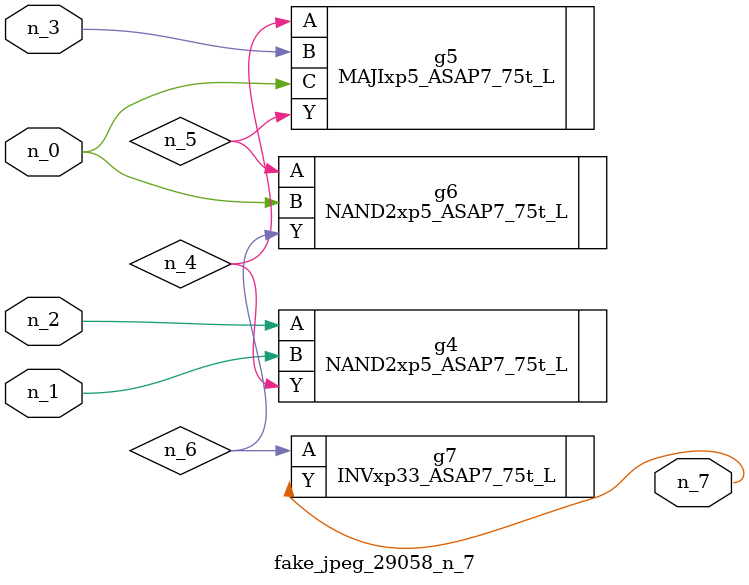
<source format=v>
module fake_jpeg_29058_n_7 (n_0, n_3, n_2, n_1, n_7);

input n_0;
input n_3;
input n_2;
input n_1;

output n_7;

wire n_4;
wire n_6;
wire n_5;

NAND2xp5_ASAP7_75t_L g4 ( 
.A(n_2),
.B(n_1),
.Y(n_4)
);

MAJIxp5_ASAP7_75t_L g5 ( 
.A(n_4),
.B(n_3),
.C(n_0),
.Y(n_5)
);

NAND2xp5_ASAP7_75t_L g6 ( 
.A(n_5),
.B(n_0),
.Y(n_6)
);

INVxp33_ASAP7_75t_L g7 ( 
.A(n_6),
.Y(n_7)
);


endmodule
</source>
